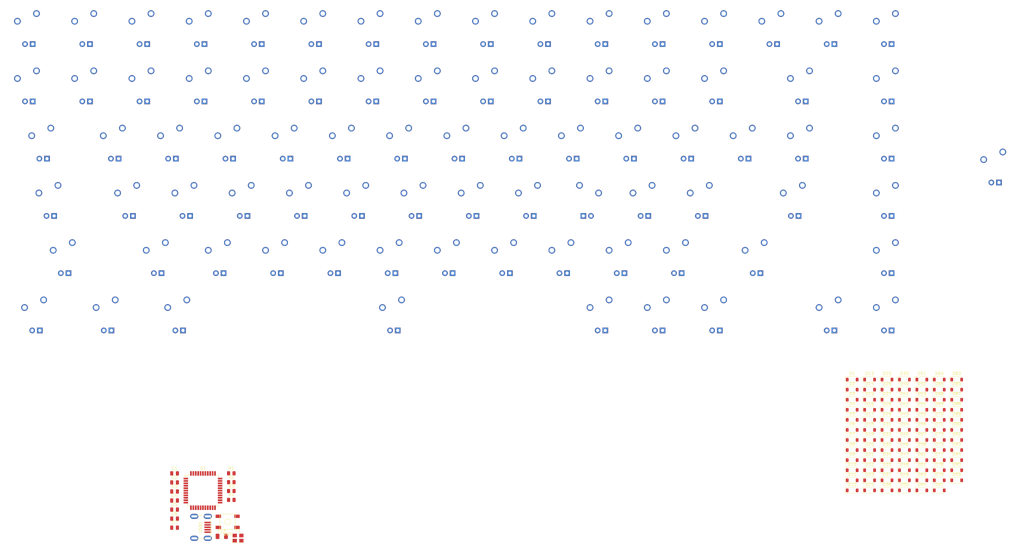
<source format=kicad_pcb>
(kicad_pcb (version 20241129) (generator "pcbnew") (generator_version "9.0")
  (layers (0 "F.Cu" signal) (2 "B.Cu" signal) (13 "F.Paste" user) (15 "B.Paste" user) (5 "F.SilkS" user "F.Silkscreen") (7 "B.SilkS" user "B.Silkscreen") (1 "F.Mask" user) (3 "B.Mask" user) (25 "Edge.Cuts" user))
  (net 0 "")
  (net 1 "Net-(+/=1-ROW)")
  (net 2 "/matrix/col12")
  (net 3 "Net-(-/_1-ROW)")
  (net 4 "/matrix/col11")
  (net 5 "Net-(Backspace1-ROW)")
  (net 6 "/matrix/col14")
  (net 7 "GND")
  (net 8 "Net-(U1-UCAP)")
  (net 9 "+5V")
  (net 10 "Net-(U1-XTAL2)")
  (net 11 "Net-(U1-XTAL1)")
  (net 12 "Net-(D1-A)")
  (net 13 "/matrix/row0")
  (net 14 "Net-(D2-A)")
  (net 15 "Net-(D3-A)")
  (net 16 "Net-(D4-A)")
  (net 17 "Net-(D5-A)")
  (net 18 "Net-(D6-A)")
  (net 19 "Net-(D7-A)")
  (net 20 "Net-(D8-A)")
  (net 21 "Net-(D9-A)")
  (net 22 "Net-(D10-A)")
  (net 23 "Net-(D11-A)")
  (net 24 "Net-(D12-A)")
  (net 25 "Net-(D13-A)")
  (net 26 "Net-(D14-A)")
  (net 27 "Net-(D15-A)")
  (net 28 "Net-(D16-A)")
  (net 29 "Net-(D17-A)")
  (net 30 "/matrix/row1")
  (net 31 "Net-(D18-A)")
  (net 32 "Net-(D19-A)")
  (net 33 "Net-(D20-A)")
  (net 34 "Net-(D21-A)")
  (net 35 "Net-(D22-A)")
  (net 36 "Net-(D23-A)")
  (net 37 "Net-(D24-A)")
  (net 38 "Net-(D25-A)")
  (net 39 "Net-(D26-A)")
  (net 40 "Net-(D27-A)")
  (net 41 "Net-(D32-A)")
  (net 42 "/matrix/row2")
  (net 43 "Net-(D33-A)")
  (net 44 "/matrix/row3")
  (net 45 "Net-(D34-A)")
  (net 46 "Net-(D35-A)")
  (net 47 "Net-(D37-A)")
  (net 48 "Net-(D38-A)")
  (net 49 "Net-(D39-A)")
  (net 50 "Net-(D40-A)")
  (net 51 "Net-(D41-A)")
  (net 52 "Net-(D42-A)")
  (net 53 "Net-(D43-A)")
  (net 54 "Net-(D44-A)")
  (net 55 "Net-(D45-A)")
  (net 56 "Net-(D46-A)")
  (net 57 "Net-(D47-A)")
  (net 58 "Net-(D48-A)")
  (net 59 "Net-(D49-A)")
  (net 60 "Net-(D50-A)")
  (net 61 "Net-(D51-A)")
  (net 62 "Net-(D52-A)")
  (net 63 "Net-(D53-A)")
  (net 64 "Net-(D54-A)")
  (net 65 "Net-(D55-A)")
  (net 66 "Net-(D56-A)")
  (net 67 "Net-(D57-A)")
  (net 68 "Net-(D58-A)")
  (net 69 "Net-(D61-A)")
  (net 70 "Net-(D62-A)")
  (net 71 "Net-(D63-A)")
  (net 72 "Net-(D64-A)")
  (net 73 "Net-(D65-A)")
  (net 74 "/matrix/row4")
  (net 75 "/matrix/row5")
  (net 76 "Net-(D66-A)")
  (net 77 "Net-(D68-A)")
  (net 78 "Net-(D69-A)")
  (net 79 "Net-(D70-A)")
  (net 80 "Net-(D71-A)")
  (net 81 "Net-(D73-A)")
  (net 82 "Net-(D75-A)")
  (net 83 "Net-(D77-A)")
  (net 84 "Net-(D78-A)")
  (net 85 "Net-(D79-A)")
  (net 86 "Net-(D81-A)")
  (net 87 "Net-(D83-A)")
  (net 88 "Net-(D85-A)")
  (net 89 "Net-(D87-A)")
  (net 90 "Net-(D88-A)")
  (net 91 "Net-(D89-A)")
  (net 92 "Net-(D90-A)")
  (net 93 "Net-(D92-A)")
  (net 94 "Net-(D93-A)")
  (net 95 "Net-(D94-A)")
  (net 96 "Net-(D95-A)")
  (net 97 "Net-(D96-A)")
  (net 98 "/matrix/col15")
  (net 99 "/matrix/col0")
  (net 100 "/matrix/col1")
  (net 101 "/matrix/col2")
  (net 102 "/matrix/col3")
  (net 103 "/matrix/col4")
  (net 104 "/matrix/col5")
  (net 105 "/matrix/col6")
  (net 106 "/matrix/col7")
  (net 107 "/matrix/col8")
  (net 108 "/matrix/col9")
  (net 109 "/matrix/col10")
  (net 110 "VCC")
  (net 111 "/matrix/col13")
  (net 112 "Net-(U1-~{HWB}{slash}PE2)")
  (net 113 "/D+")
  (net 114 "Net-(U1-D+)")
  (net 115 "/D-")
  (net 116 "Net-(U1-D-)")
  (net 117 "Net-(U1-~{RESET})")
  (footprint "Diode_SMD:D_SOD-123" (layer "F.Cu") (at 316.69125 175.58125)
    (property "Reference" "D49")
    (property "Value" "D_Small")
  )
  (footprint "MX_Only:MXOnly-1U" (layer "F.Cu") (at 215.9 44.45)
    (property "Reference" "Num.0")
    (property "Value" "MX-NoLED")
  )
  (footprint "MX_Only:MXOnly-1U" (layer "F.Cu") (at 120.65 44.45)
    (property "Reference" "MXNum.5")
    (property "Value" "MX-NoLED")
  )
  (footprint "Diode_SMD:D_SOD-123" (layer "F.Cu") (at 310.89625 178.93125)
    (property "Reference" "D38")
    (property "Value" "D_Small")
  )
  (footprint "MX_Only:MXOnly-1U" (layer "F.Cu") (at 88.9 101.6)
    (property "Reference" "MX.X1")
    (property "Value" "MX-NoLED")
  )
  (footprint "Diode_SMD:D_SOD-123" (layer "F.Cu") (at 305.10125 162.18125)
    (property "Reference" "D19")
    (property "Value" "D_Small")
  )
  (footprint "MX_Only:MXOnly-1U" (layer "F.Cu") (at 139.7 25.4)
    (property "Reference" "f6")
    (property "Value" "MX-NoLED")
  )
  (footprint "MX_Only:MXOnly-1U" (layer "F.Cu") (at 107.95 101.6)
    (property "Reference" "MX.C1")
    (property "Value" "MX-NoLED")
  )
  (footprint "Diode_SMD:D_SOD-123" (layer "F.Cu") (at 334.07625 148.78125)
    (property "Reference" "D87")
    (property "Value" "D_Small")
  )
  (footprint "Capacitor_SMD:C_0805_2012Metric" (layer "F.Cu") (at 73.8737 173.28475)
    (property "Reference" "C1")
    (property "Value" "1uF")
  )
  (footprint "MX_Only:MXOnly-1U" (layer "F.Cu") (at 222.25 101.6)
    (property "Reference" "MX.>1")
    (property "Value" "MX-NoLED")
  )
  (footprint "MX_Only:MXOnly-1U" (layer "F.Cu") (at 177.8 44.45)
    (property "Reference" "MXNum.8")
    (property "Value" "MX-NoLED")
  )
  (footprint "MX_Only:MXOnly-1U" (layer "F.Cu") (at 168.275 63.5)
    (property "Reference" "MX.U1")
    (property "Value" "MX-NoLED")
  )
  (footprint "Diode_SMD:D_SOD-123" (layer "F.Cu") (at 316.69125 162.18125)
    (property "Reference" "D45")
    (property "Value" "D_Small")
  )
  (footprint "Diode_SMD:D_SOD-123" (layer "F.Cu") (at 334.07625 165.53125)
    (property "Reference" "D93")
    (property "Value" "D_Small")
  )
  (footprint "Diode_SMD:D_SOD-123" (layer "F.Cu") (at 305.10125 152.13125)
    (property "Reference" "D16")
    (property "Value" "D_Small")
  )
  (footprint "Diode_SMD:D_SOD-123" (layer "F.Cu") (at 310.89625 152.13125)
    (property "Reference" "D28")
    (property "Value" "D_Small")
  )
  (footprint "Diode_SMD:D_SOD-123" (layer "F.Cu") (at 328.28125 172.23125)
    (property "Reference" "D78")
    (property "Value" "D_Small")
  )
  (footprint "Diode_SMD:D_SOD-123" (layer "F.Cu") (at 316.69125 178.93125)
    (property "Reference" "D50")
    (property "Value" "D_Small")
  )
  (footprint "MX_Only:MXOnly-1U" (layer "F.Cu") (at 244.475 63.5)
    (property "Reference" "MX.{1")
    (property "Value" "MX-NoLED")
  )
  (footprint "MX_Only:MXOnly-1U" (layer "F.Cu") (at 177.8 25.4)
    (property "Reference" "f8")
    (property "Value" "MX-NoLED")
  )
  (footprint "MX_Only:MXOnly-1U" (layer "F.Cu") (at 25.4 25.4)
    (property "Reference" "esc1")
    (property "Value" "MX-NoLED")
  )
  (footprint "Diode_SMD:D_SOD-123" (layer "F.Cu") (at 299.30625 155.48125)
    (property "Reference" "D5")
    (property "Value" "D_Small")
  )
  (footprint "MX_Only:MXOnly-1U" (layer "F.Cu") (at 292.1 120.65)
    (property "Reference" "MX.down1")
    (property "Value" "MX-NoLED")
  )
  (footprint "Diode_SMD:D_SOD-123" (layer "F.Cu") (at 310.89625 168.88125)
    (property "Reference" "D34")
    (property "Value" "D_Small")
  )
  (footprint "MX_Only:MXOnly-1U" (layer "F.Cu") (at 311.15 44.45)
    (property "Reference" "Home1")
    (property "Value" "MX-NoLED")
  )
  (footprint "MX_Only:MXOnly-1U" (layer "F.Cu") (at 120.65 25.4)
    (property "Reference" "f5")
    (property "Value" "MX-NoLED")
  )
  (footprint "MX_Only:MXOnly-1U" (layer "F.Cu") (at 82.55 44.45)
    (property "Reference" "MXNum.3")
    (property "Value" "MX-NoLED")
  )
  (footprint "MX_Only:MXOnly-1U" (layer "F.Cu") (at 101.6 44.45)
    (property "Reference" "MXNum.4")
    (property "Value" "MX-NoLED")
  )
  (footprint "Diode_SMD:D_SOD-123" (layer "F.Cu") (at 334.07625 175.58125)
    (property "Reference" "D96")
    (property "Value" "D_Small")
  )
  (footprint "MX_Only:MXOnly-1U" (layer "F.Cu") (at 187.325 63.5)
    (property "Reference" "MX.I1")
    (property "Value" "MX-NoLED")
  )
  (footprint "Diode_SMD:D_SOD-123" (layer "F.Cu") (at 328.28125 162.18125)
    (property "Reference" "D73")
    (property "Value" "D_Small")
  )
  (footprint "MX_Only:MXOnly-1U" (layer "F.Cu") (at 44.45 25.4)
    (property "Reference" "f1")
    (property "Value" "MX-NoLED")
  )
  (footprint "Diode_SMD:D_SOD-123" (layer "F.Cu") (at 334.07625 172.23125)
    (property "Reference" "D95")
    (property "Value" "D_Small")
  )
  (footprint "MX_Only:MXOnly-1U" (layer "F.Cu") (at 254 25.4)
    (property "Reference" "f12")
    (property "Value" "MX-NoLED")
  )
  (footprint "Diode_SMD:D_SOD-123" (layer "F.Cu") (at 299.30625 148.78125)
    (property "Reference" "D3")
    (property "Value" "D_Small")
  )
  (footprint "MX_Only:MXOnly-1U" (layer "F.Cu") (at 346.86875 71.4375)
    (property "Reference" "MX.up1")
    (property "Value" "MX-NoLED")
  )
  (footprint "Diode_SMD:D_SOD-123" (layer "F.Cu") (at 328.28125 155.48125)
    (property "Reference" "D70")
    (property "Value" "D_Small")
  )
  (footprint "Diode_SMD:D_SOD-123" (layer "F.Cu") (at 305.10125 168.88125)
    (property "Reference" "D21")
    (property "Value" "D_Small")
  )
  (footprint "Diode_SMD:D_SOD-123" (layer "F.Cu") (at 310.89625 155.48125)
    (property "Reference" "D29")
    (property "Value" "D_Small")
  )
  (footprint "Diode_SMD:D_SOD-123" (layer "F.Cu") (at 334.07625 168.88125)
    (property "Reference" "D94")
    (property "Value" "D_Small")
  )
  (footprint "MX_Only:MXOnly-1.25U" (layer "F.Cu") (at 27.78125 120.65)
    (property "Reference" "MX.Ctrl1")
    (property "Value" "MX-NoLED")
  )
  (footprint "Resistor_SMD:R_0805_2012Metric" (layer "F.Cu") (at 92.7537 182.10475)
    (property "Reference" "R4")
    (property "Value" "10k")
  )
  (footprint "Diode_SMD:D_SOD-123" (layer "F.Cu") (at 316.69125 142.08125)
    (property "Reference" "D39")
    (property "Value" "D_Small")
  )
  (footprint "MX_Only:MXOnly-1U" (layer "F.Cu") (at 292.1 25.4)
    (property "Reference" "ScrLk1")
    (property "Value" "MX-NoLED")
  )
  (footprint "Diode_SMD:D_SOD-123" (layer "F.Cu") (at 328.28125 165.53125)
    (property "Reference" "D75")
    (property "Value" "D_Small")
  )
  (footprint "Diode_SMD:D_SOD-123" (layer "F.Cu") (at 316.69125 172.23125)
    (property "Reference" "D48")
    (property "Value" "D_Small")
  )
  (footprint "MX_Only:MXOnly-1U" (layer "F.Cu") (at 77.7875 82.55)
    (property "Reference" "MX.S1")
    (property "Value" "MX-NoLED")
  )
  (footprint "MX_Only:MXOnly-1U" (layer "F.Cu") (at 234.95 120.65)
    (property "Reference" "MX.Fn1")
    (property "Value" "MX-NoLED")
  )
  (footprint "Diode_SMD:D_SOD-123" (layer "F.Cu") (at 316.69125 152.13125)
    (property "Reference" "D42")
    (property "Value" "D_Small")
  )
  (footprint "Diode_SMD:D_SOD-123" (layer "F.Cu") (at 305.10125 165.53125)
    (property "Reference" "D20")
    (property "Value" "D_Small")
  )
  (footprint "MX_Only:MXOnly-1U" (layer "F.Cu") (at 192.0875 82.55)
    (property "Reference" "MX.K1")
    (property "Value" "MX-NoLED")
  )
  (footprint "Diode_SMD:D_SOD-123" (layer "F.Cu") (at 334.07625 142.08125)
    (property "Reference" "D83")
    (property "Value" "D_Small")
  )
  (footprint "MX_Only:MXOnly-1U" (layer "F.Cu") (at 158.75 25.4)
    (property "Reference" "f7")
    (property "Value" "MX-NoLED")
  )
  (footprint "Diode_SMD:D_SOD-123" (layer "F.Cu") (at 305.10125 155.48125)
    (property "Reference" "D17")
    (property "Value" "D_Small")
  )
  (footprint "Diode_SMD:D_SOD-123" (layer "F.Cu") (at 310.89625 145.43125)
    (property "Reference" "D26")
    (property "Value" "D_Small")
  )
  (footprint "Resistor_SMD:R_0805_2012Metric" (layer "F.Cu") (at 92.7537 176.20475)
    (property "Reference" "R2")
    (property "Value" "22")
  )
  (footprint "MX_Only:MXOnly-1.5U" (layer "F.Cu") (at 30.1625 63.5)
    (property "Reference" "MX.TabFull1")
    (property "Value" "MX-NoLED")
  )
  (footprint "Diode_SMD:D_SOD-123" (layer "F.Cu") (at 328.28125 145.43125)
    (property "Reference" "D66")
    (property "Value" "D_Small")
  )
  (footprint "MX_Only:MXOnly-1U" (layer "F.Cu") (at 92.075 63.5)
    (property "Reference" "MX.E1")
    (property "Value" "MX-NoLED")
  )
  (footprint "Package_QFP:TQFP-44_10x10mm_P0.8mm" (layer "F.Cu") (at 83.3237 179.00475)
    (property "Reference" "U1")
    (property "Value" "ATmega32U4-A")
  )
  (footprint "MX_Only:MXOnly-1U" (layer "F.Cu") (at 134.9375 82.55)
    (property "Reference" "MX.G1")
    (property "Value" "MX-NoLED")
  )
  (footprint "MX_Only:MXOnly-1U" (layer "F.Cu") (at 158.75 44.45)
    (property "Reference" "MXNum.7")
    (property "Value" "MX-NoLED")
  )
  (footprint "Diode_SMD:D_SOD-123" (layer "F.Cu") (at 328.28125 178.93125)
    (property "Reference" "D81")
    (property "Value" "D_Small")
  )
  (footprint "Diode_SMD:D_SOD-123" (layer "F.Cu") (at 322.48625 168.88125)
    (property "Reference" "D61")
    (property "Value" "D_Small")
  )
  (footprint "MX_Only:MXOnly-1U" (layer "F.Cu") (at 263.525 63.5)
    (property "Reference" "MX.}1")
    (property "Value" "MX-NoLED")
  )
  (footprint "MX_Only:MXOnly-1U" (layer "F.Cu") (at 139.7 44.45)
    (property "Reference" "MXNum.6")
    (property "Value" "MX-NoLED")
  )
  (footprint "Capacitor_SMD:C_0805_2012Metric" (layer "F.Cu") (at 73.8737 191.34475)
    (property "Reference" "C7")
    (property "Value" "22pF")
  )
  (footprint "Diode_SMD:D_SOD-123" (layer "F.Cu") (at 305.10125 142.08125)
    (property "Reference" "D13")
    (property "Value" "D_Small")
  )
  (footprint "Diode_SMD:D_SOD-123" (layer "F.Cu") (at 322.48625 172.23125)
    (property "Reference" "D62")
    (property "Value" "D_Small")
  )
  (footprint "Diode_SMD:D_SOD-123" (layer "F.Cu") (at 299.30625 162.18125)
    (property "Reference" "D7")
    (property "Value" "D_Small")
  )
  (footprint "Fuse:Fuse_1206_3216Metric" (layer "F.Cu") (at 89.5737 194.22475)
    (property "Reference" "F13")
    (property "Value" "500mA")
  )
  (footprint "MX_Only:MXOnly-1U" (layer "F.Cu") (at 173.0375 82.55)
    (property "Reference" "MX.J1")
    (property "Value" "MX-NoLED")
  )
  (footprint "Diode_SMD:D_SOD-123" (layer "F.Cu") (at 328.28125 148.78125)
    (property "Reference" "D68")
    (property "Value" "D_Small")
  )
  (footprint "Diode_SMD:D_SOD-123" (layer "F.Cu") (at 328.28125 142.08125)
    (property "Reference" "D65")
    (property "Value" "D_Small")
  )
  (footprint "Diode_SMD:D_SOD-123" (layer "F.Cu") (at 305.10125 158.83125)
    (property "Reference" "D18")
    (property "Value" "D_Small")
  )
  (footprint "Diode_SMD:D_SOD-123" (layer "F.Cu") (at 299.30625 175.58125)
    (property "Reference" "D11")
    (property "Value" "D_Small")
  )
  (footprint "Diode_SMD:D_SOD-123" (layer "F.Cu") (at 322.48625 175.58125)
    (property "Reference" "D63")
    (property "Value" "D_Small")
  )
  (footprint "Diode_SMD:D_SOD-123" (layer "F.Cu") (at 316.69125 145.43125)
    (property "Reference" "D40")
    (property "Value" "D_Small")
  )
  (footprint "MX_Only:MXOnly-1U" (layer "F.Cu") (at 184.15 101.6)
    (property "Reference" "MX.M1")
    (property "Value" "MX-NoLED")
  )
  (footprint "MX_Only:MXOnly-2U" (layer "F.Cu") (at 282.575 44.45)
    (property "Reference" "Backspace1")
    (property "Value" "MX-NoLED")
  )
  (footprint "Diode_SMD:D_SOD-123" (layer "F.Cu") (at 299.30625 172.23125)
    (property "Reference" "D10")
    (property "Value" "D_Small")
  )
  (footprint "Diode_SMD:D_SOD-123" (layer "F.Cu") (at 310.89625 158.83125)
    (property "Reference" "D31")
    (property "Value" "D_Small")
  )
  (footprint "MX_Only:MXOnly-1U" (layer "F.Cu") (at 282.575 63.5)
    (property "Reference" "MX.backslash1")
    (property "Value" "MX-NoLED")
  )
  (footprint "Diode_SMD:D_SOD-123" (layer "F.Cu") (at 322.48625 142.08125)
    (property "Reference" "D51")
    (property "Value" "D_Small")
  )
  (footprint "Diode_SMD:D_SOD-123" (layer "F.Cu") (at 305.10125 172.23125)
    (property "Reference" "D22")
    (property "Value" "D_Small")
  )
  (footprint "random-keyboard-parts:SKQG-1155865" (layer "F.Cu") (at 91.5437 189.40475)
    (property "Reference" "SW1")
    (property "Value" "SW_Push")
  )
  (footprint "Crystal:Crystal_SMD_3225-4Pin_3.2x2.5mm" (layer "F.Cu") (at 95.0037 194.80475)
    (property "Reference" "Y1")
    (property "Value" "16MHz")
  )
  (footprint "MX_Only:MXOnly-1U" (layer "F.Cu") (at 311.15 101.6)
    (property "Reference" "MX.End1")
    (property "Value" "MX-NoLED")
  )
  (footprint "Diode_SMD:D_SOD-123" (layer "F.Cu") (at 316.69125 165.53125)
    (property "Reference" "D46")
    (property "Value" "D_Small")
  )
  (footprint "MX_Only:MXOnly-1U" (layer "F.Cu") (at 215.9 120.65)
    (property "Reference" "MX.Command2")
    (property "Value" "MX-NoLED")
  )
  (footprint "Capacitor_SMD:C_0805_2012Metric" (layer "F.Cu") (at 73.8737 188.33475)
    (property "Reference" "C6")
    (property "Value" "22pF")
  )
  (footprint "MX_Only:MXOnly-1U" (layer "F.Cu") (at 153.9875 82.55)
    (property "Reference" "MX.H1")
    (property "Value" "MX-NoLED")
  )
  (footprint "MX_Only:MXOnly-1U" (layer "F.Cu") (at 68.2625 101.6)
    (property "Reference" "MX.Z1")
    (property "Value" "MX-NoLED")
  )
  (footprint "MX_Only:MXOnly-1U" (layer "F.Cu") (at 130.175 63.5)
    (property "Reference" "MX.T1")
    (property "Value" "MX-NoLED")
  )
  (footprint "Diode_SMD:D_SOD-123" (layer "F.Cu") (at 334.07625 145.43125)
    (property "Reference" "D85")
    (property "Value" "D_Small")
  )
  (footprint "Diode_SMD:D_SOD-123" (layer "F.Cu") (at 328.28125 158.83125)
    (property "Reference" "D71")
    (property "Value" "D_Small")
  )
  (footprint "Diode_SMD:D_SOD-123" (layer "F.Cu") (at 322.48625 148.78125)
    (property "Reference" "D53")
    (property "Value" "D_Small")
  )
  (footprint "Diode_SMD:D_SOD-123" (layer "F.Cu") (at 334.07625 158.83125)
    (property "Reference" "D90")
    (property "Value" "D_Small")
  )
  (footprint "MX_Only:MXOnly-1U" (layer "F.Cu") (at 254 120.65)
    (property "Reference" "MX.Ctrl2")
    (property "Value" "MX-NoLED")
  )
  (footprint "Diode_SMD:D_SOD-123" (layer "F.Cu") (at 316.69125 148.78125)
    (property "Reference" "D41")
    (property "Value" "D_Small")
  )
  (footprint "MX_Only:MXOnly-1U" (layer "F.Cu") (at 63.5 25.4)
    (property "Reference" "f2")
    (property "Value" "MX-NoLED")
  )
  (footprint "Capacitor_SMD:C_0805_2012Metric" (layer "F.Cu") (at 73.8737 179.30475)
    (property "Reference" "C3")
    (property "Value" "0.1uF")
  )
  (footprint "MX_Only:MXOnly-1U" (layer "F.Cu") (at 196.85 25.4)
    (property "Reference" "f9")
    (property "Value" "MX-NoLED")
  )
  (footprint "MX_Only:MXOnly-1U" (layer "F.Cu") (at 234.95 44.45)
    (property "Reference" "-/_1")
    (property "Value" "MX-NoLED")
  )
  (footprint "Diode_SMD:D_SOD-123" (layer "F.Cu") (at 310.89625 148.78125)
    (property "Reference" "D27")
    (property "Value" "D_Small")
  )
  (footprint "MX_Only:MXOnly-1U" (layer "F.Cu") (at 25.4 44.45)
    (property "Reference" "MX.Tilda1")
    (property "Value" "MX-NoLED")
  )
  (footprint "Diode_SMD:D_SOD-123" (layer "F.Cu") (at 334.07625 152.13125)
    (property "Reference" "D88")
    (property "Value" "D_Small")
  )
  (footprint "MX_Only:MXOnly-1U" (layer "F.Cu") (at 311.15 82.55)
    (property "Reference" "MX.PageDown1")
    (property "Value" "MX-NoLED")
  )
  (footprint "MX_Only:MXOnly-1U" (layer "F.Cu") (at 215.9 25.4)
    (property "Reference" "f10")
    (property "Value" "MX-NoLED")
  )
  (footprint "Diode_SMD:D_SOD-123" (layer "F.Cu") (at 334.07625 162.18125)
    (property "Reference" "D92")
    (property "Value" "D_Small")
  )
  (footprint "MX_Only:MXOnly-1U" (layer "F.Cu") (at 196.85 44.45)
    (property "Reference" "Num.9")
    (property "Value" "MX-NoLED")
  )
  (footprint "MX_Only:MXOnly-1U" (layer "F.Cu") (at 273.05 25.4)
    (property "Reference" "NmLck1")
    (property "Value" "MX-NoLED")
  )
  (footprint "Diode_SMD:D_SOD-123" (layer "F.Cu") (at 305.10125 178.93125)
    (property "Reference" "D24")
    (property "Value" "D_Small")
  )
  (footprint "MX_Only:MXOnly-1U" (layer "F.Cu") (at 44.45 44.45)
    (property "Reference" "MXNum.1")
    (property "Value" "MX-NoLED")
  )
  (footprint "MX_Only:MXOnly-1.75U" (layer "F.Cu") (at 32.54375 82.55)
    (property "Reference" "MX.CapsLock1")
    (property "Value" "MX-NoLED")
  )
  (footprint "Diode_SMD:D_SOD-123" (layer "F.Cu") (at 310.89625 172.23125)
    (property "Reference" "D35")
    (property "Value" "D_Small")
  )
  (footprint "Diode_SMD:D_SOD-123" (layer "F.Cu") (at 328.28125 168.88125)
    (property "Reference" "D77")
    (property "Value" "D_Small")
  )
  (footprint "Diode_SMD:D_SOD-123" (layer "F.Cu") (at 299.30625 152.13125)
    (property "Reference" "D4")
    (property "Value" "D_Small")
  )
  (footprint "Diode_SMD:D_SOD-123" (layer "F.Cu") (at 334.07625 155.48125)
    (property "Reference" "D89")
    (property "Value" "D_Small")
  )
  (footprint "MX_Only:MXOnly-1U" (layer "F.Cu") (at 254 44.45)
    (property "Reference" "+/=1")
    (property "Value" "MX-NoLED")
  )
  (footprint "Diode_SMD:D_SOD-123" (layer "F.Cu") (at 322.48625 158.83125)
    (property "Reference" "D56")
    (property "Value" "D_Small")
  )
  (footprint "MX_Only:MXOnly-1U" (layer "F.Cu") (at 149.225 63.5)
    (property "Reference" "MX.Y1")
    (property "Value" "MX-NoLED")
  )
  (footprint "Resistor_SMD:R_0805_2012Metric" (layer "F.Cu") (at 92.7537 179.15475)
    (property "Reference" "R3")
    (property "Value" "22")
  )
  (footprint "Diode_SMD:D_SOD-123" (layer "F.Cu") (at 316.69125 168.88125)
    (property "Reference" "D47")
    (property "Value" "D_Small")
  )
  (footprint "Diode_SMD:D_SOD-123" (layer "F.Cu") (at 322.48625 165.53125)
    (property "Reference" "D58")
    (property "Value" "D_Small")
  )
  (footprint "Diode_SMD:D_SOD-123" (layer "F.Cu") (at 299.30625 145.43125)
    (property "Reference" "D2")
    (property "Value" "D_Small")
  )
  (footprint "Diode_SMD:D_SOD-123" (layer "F.Cu") (at 299.30625 142.08125)
    (property "Reference" "D1")
    (property "Value" "D_Small")
  )
  (footprint "MX_Only:MXOnly-1.75U" (layer "F.Cu") (at 267.49375 101.6)
    (property "Reference" "MX.ShiftHalf1")
    (property "Value" "MX-NoLED")
  )
  (footprint "MX_Only:MXOnly-1.25U" (layer "F.Cu") (at 51.59375 120.65)
    (property "Value" "MX-NoLED")
    (property "Reference" "MX.Option1")
  )
  (footprint "Resistor_SMD:R_0805_2012Metric" (layer "F.Cu") (at 92.7537 173.25475)
    (property "Reference" "R1")
    (property "Value" "10k")
  )
  (footprint "Diode_SMD:D_SOD-123" (layer "F.Cu") (at 305.10125 175.58125)
    (property "Reference" "D23")
    (property "Value" "D_Small")
  )
  (footprint "MX_Only:MXOnly-1U" (layer "F.Cu") (at 225.425 63.5)
    (property "Reference" "MX.P1")
    (property "Value" "MX-NoLED")
  )
  (footprint "Capacitor_SMD:C_0805_2012Metric" (layer "F.Cu") (at 73.8737 176.29475)
    (property "Reference" "C2")
    (property "Value" "0.1uF")
  )
  (footprint "Diode_SMD:D_SOD-123" (layer "F.Cu") (at 328.28125 152.13125)
    (property "Reference" "D69")
    (property "Value" "D_Small")
  )
  (footprint "Diode_SMD:D_SOD-123" (layer "F.Cu") (at 310.89625 162.18125)
    (property "Reference" "D32")
    (property "Value" "D_Small")
  )
  (footprint "MX_Only:MXOnly-2.25U" (layer "F.Cu") (at 37.30625 101.6)
    (property "Reference" "MX.ShiftFull1")
    (property "Value" "MX-NoLED")
  )
  (footprint "MX_Only:MXOnly-1U" (layer "F.Cu") (at 111.125 63.5)
    (property "Reference" "MX.R1")
    (property "Value" "MX-NoLED")
  )
  (footprint "MX_Only:MXOnly-1U" (layer "F.Cu") (at 234.95 25.4)
    (property "Reference" "f11")
    (property "Value" "MX-NoLED")
  )
  (footprint "Diode_SMD:D_SOD-123" (layer "F.Cu") (at 299.30625 178.93125)
    (property "Reference" "D12")
    (property "Value" "D_Small")
  )
  (footprint "Diode_SMD:D_SOD-123" (layer "F.Cu") (at 299.30625 165.53125)
    (property "Reference" "D8")
    (property "Value" "D_Small")
  )
  (footprint "MX_Only:MXOnly-1U" (layer "F.Cu") (at 311.15 63.5)
    (property "Reference" "Pageup1")
    (property "Value" "MX-NoLED")
  )
  (footprint "MX_Only:MXOnly-1U" (layer "F.Cu") (at 230.1875 82.55)
    (property "Reference" "MX.:1")
    (property "Value" "MX-NoLED")
  )
  (footprint "Diode_SMD:D_SOD-123" (layer "F.Cu") (at 310.89625 165.53125)
    (property "Reference" "D33")
    (property "Value" "D_Small")
  )
  (footprint "MX_Only:MXOnly-1U" (layer "F.Cu") (at 73.025 63.5)
    (property "Reference" "MX.W1")
    (property "Value" "MX-NoLED")
  )
  (footprint "MX_Only:MXOnly-6.25U" (layer "F.Cu") (at 146.84375 120.65)
    (property "Value" "MX-NoLED")
    (property "Reference" "Spacebar1")
  )
  (footprint "MX_Only:MXOnly-1U" (layer "F.Cu") (at 241.3 101.6)
    (property "Reference" "MX.?")
    (property "Value" "MX-NoLED")
  )
  (footprint "MX_Only:MXOnly-1U" (layer "F.Cu") (at 311.15 120.65)
    (property "Reference" "MX.right1")
    (property "Value" "MX-NoLED")
  )
  (footprint "MX_Only:MXOnly-1U" (layer "F.Cu") (at 249.2375 82.55)
    (property "Reference" "MX.\"1")
    (property "Value" "MX-NoLED")
  )
  (footprint "MX_Only:MXOnly-1U" (layer "F.Cu") (at 311.15 25.4)
    (property "Reference" "Delete/Insert1")
    (property "Value" "MX-NoLED")
  )
  (footprint "MX_Only:MXOnly-1U" (layer "F.Cu") (at 96.8375 82.55)
    (property "Reference" "MX.D1")
    (property "Value" "MX-NoLED")
  )
  (footprint "Diode_SMD:D_SOD-123" (layer "F.Cu") (at 305.10125 145.43125)
    (property "Reference" "D14")
    (property "Value" "D_Small")
  )
  (footprint "MX_Only:MXOnly-1U" (layer "F.Cu") (at 203.2 101.6)
    (property "Reference" "MX.<1")
    (property "Value" "MX-NoLED")
  )
  (footprint "MX_Only:MXOnly-1U" (layer "F.Cu") (at 82.55 25.4)
    (property "Reference" "f3")
    (property "Value" "MX-NoLED")
  )
  (footprint "MX_Only:MXOnly-1U" (layer "F.Cu") (at 206.375 63.5)
    (property "Reference" "MX.O1")
    (property "Value" "MX-NoLED")
  )
  (footprint "random-keyboard-parts:Molex-0548190589" (layer "F.Cu") (at 80.4237 191.22975)
    (property "Reference" "USB1")
    (property "Value" "Molex-0548190589")
  )
  (footprint "MX_Only:MXOnly-1U" (layer "F.Cu") (at 63.5 44.45)
    (property "Reference" "MXNum.2")
    (property "Value" "MX-NoLED")
  )
  (footprint "Diode_SMD:D_SOD-123" (layer "F.Cu") (at 322.48625 145.43125)
    (property "Reference" "D52")
    (property "Value" "D_Small")
  )
  (footprint "Diode_SMD:D_SOD-123" (layer "F.Cu") (at 316.69125 155.48125)
    (property "Reference" "D43")
    (property "Value" "D_Small")
  )
  (footprint "MX_Only:MXOnly-1U" (layer "F.Cu") (at 146.05 101.6)
    (property "Reference" "MX.B1")
    (property "Value" "MX-NoLED")
  )
  (footprint "MX_Only:MXOnly-1U" (layer "F.Cu") (at 101.6 25.4)
    (property "Reference" "f4")
    (property "Value" "MX-NoLED")
  )
  (footprint "MX_Only:MXOnly-1U" (layer "F.Cu") (at 127 101.6)
    (property "Reference" "MX.V1")
    (property "Value" "MX-NoLED")
  )
  (footprint "Diode_SMD:D_SOD-123" (layer "F.Cu") (at 322.48625 155.48125)
    (property "Reference" "D55")
    (property "Value" "D_Small")
  )
  (footprint "MX_Only:MXOnly-2.25U" (layer "F.Cu") (at 280.19375 82.55)
    (property "Reference" "MX.Enter1")
    (property "Value" "MX-NoLED")
  )
  (footprint "Diode_SMD:D_SOD-123" (layer "F.Cu") (at 322.48625 152.13125)
    (property "Reference" "D54")
    (property "Value" "D_Small")
  )
  (footprint "Diode_SMD:D_SOD-123" (layer "F.Cu") (at 322.48625 162.18125)
    (property "Reference" "D57")
    (property "Value" "D_Small")
  )
  (footprint "Diode_SMD:D_SOD-123" (layer "F.Cu") (at 299.30625 168.88125)
    (property "Reference" "D9")
    (property "Value" "D_Small")
  )
  (footprint "Capacitor_SMD:C_0805_2012Metric" (layer "F.Cu") (at 73.8737 185.32475)
    (property "Reference" "C5")
    (property "Value" "10uF")
  )
  (footprint "Diode_SMD:D_SOD-123" (layer "F.Cu") (at 316.69125 158.83125)
    (property "Reference" "D44")
    (property "Value" "D_Small")
  )
  (footprint "Diode_SMD:D_SOD-123" (layer "F.Cu") (at 310.89625 175.58125)
    (property "Reference" "D37")
    (property "Value" "D_Small")
  )
  (footprint "MX_Only:MXOnly-1U" (layer "F.Cu") (at 115.8875 82.55)
    (property "Reference" "MX.F1")
    (property "Value" "MX-NoLED")
  )
  (footprint "MX_Only:MXOnly-1U" (layer "F.Cu") (at 58.7375 82.55)
    (property "Reference" "MX.A1")
    (property "Value" "MX-NoLED")
  )
  (footprint "MX_Only:MXOnly-1U" (layer "F.Cu") (at 53.975 63.5)
    (property "Reference" "MX.Q1")
    (property "Value" "MX-NoLED")
  )
  (footprint "MX_Only:MXOnly-1U" (layer "F.Cu") (at 165.1 101.6)
    (property "Reference" "MX.N1")
    (property "Value" "MX-NoLED")
  )
  (footprint "Capacitor_SMD:C_0805_2012Metric" (layer "F.Cu") (at 73.8737 182.31475)
    (property "Reference" "C4")
    (property "Value" "0.1uF")
  )
  (footprint "Diode_SMD:D_SOD-123" (layer "F.Cu") (at 310.89625 142.08125)
    (property "Reference" "D25")
    (property "Value" "D_Small")
  )
  (footprint "MX_Only:MXOnly-1.25U" (layer "F.Cu") (at 75.40625 120.65)
    (property "Value" "MX-NoLED")
    (property "Reference" "MX.Command1")
  )
  (footprint "Diode_SMD:D_SOD-123" (layer "F.Cu") (at 322.48625 178.93125)
    (property "Reference" "D64")
    (property "Value" "D_Small")
  )
  (footprint "Diode_SMD:D_SOD-123" (layer "F.Cu") (at 328.28125 175.58125)
    (property "Reference" "D79")
    (property "Value" "D_Small")
  )
  (footprint "Diode_SMD:D_SOD-123" (layer "F.Cu") (at 299.30625 158.83125)
    (property "Reference" "D6")
    (property "Value" "D_Small")
  )
  (footprint "Diode_SMD:D_SOD-123" (layer "F.Cu") (at 305.10125 148.78125)
    (property "Reference" "D15")
    (property "Value" "D_Small")
  )
  (footprint "MX_Only:MXOnly-1U" (layer "B.Cu") (at 211.1375 82.55 180)
    (property "Reference" "MX.L1")
    (property "Value" "MX-NoLED")
  )
)
</source>
